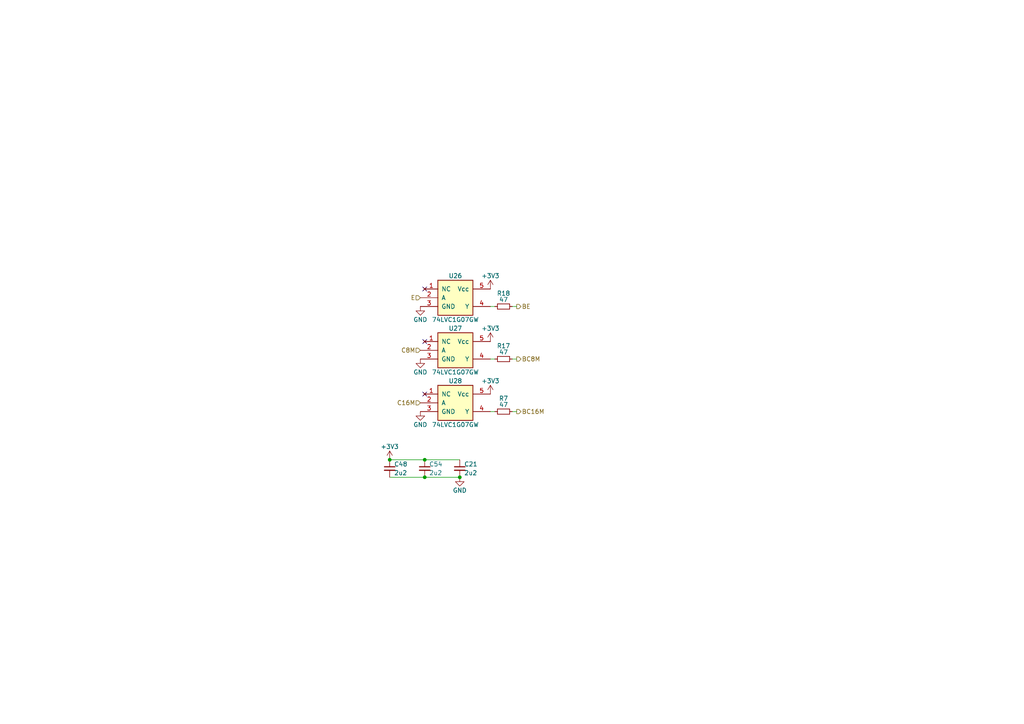
<source format=kicad_sch>
(kicad_sch (version 20230121) (generator eeschema)
  (paper "A4")
  (title_block (title "WarpSE (GW4410A)") (date "2024-03-27") (rev "1.0") (company "Garrett's Workshop"))
  (lib_symbols
    (symbol "Device:C_Small" (pin_numbers hide) (pin_names (offset 0.254) hide)
      (property "Reference" "C" (at 0.254 1.778 0))
      (property "Value" "C_Small" (at 0.254 -2.032 0))
      (symbol "C_Small_0_1"
        (polyline (pts (xy -1.524 -0.508) (xy 1.524 -0.508)) (stroke (width 0.3302)))
        (polyline (pts (xy -1.524 0.508) (xy 1.524 0.508)) (stroke (width 0.3048)))
      )
      (symbol "C_Small_1_1"
        (pin passive line (at 0 2.54 270) (length 2.032) (name "~") (number "1"))
        (pin passive line (at 0 -2.54 90) (length 2.032) (name "~") (number "2"))
      )
    )
    (symbol "Device:R_Small" (pin_numbers hide) (pin_names (offset 0.254) hide)
      (property "Reference" "R" (at 0.762 0.508 0))
      (property "Value" "R_Small" (at 0.762 -1.016 0))
      (symbol "R_Small_0_1"
        (rectangle (start -0.762 1.778) (end 0.762 -1.778) (stroke (width 0.2032)))
      )
      (symbol "R_Small_1_1"
        (pin passive line (at 0 2.54 270) (length 0.762) (name "~") (number "1"))
        (pin passive line (at 0 -2.54 90) (length 0.762) (name "~") (number "2"))
      )
    )
    (symbol "GW_Logic:741G04GW" (pin_names (offset 1.016))
      (property "Reference" "U" (at 0 6.35 0))
      (property "Value" "741G04GW" (at 0 -6.35 0))
      (symbol "741G04GW_0_1"
        (rectangle (start 5.08 -5.08) (end -5.08 5.08) (stroke (width 0.254)) (fill (type background)))
      )
      (symbol "741G04GW_1_1"
        (pin no_connect line (at -8.89 2.54 0) (length 3.81) (name "NC") (number "1"))
        (pin input line (at -10.16 0 0) (length 5.08) (name "A") (number "2"))
        (pin power_in line (at -10.16 -2.54 0) (length 5.08) (name "GND") (number "3"))
        (pin output line (at 10.16 -2.54 180) (length 5.08) (name "Y") (number "4"))
        (pin power_in line (at 10.16 2.54 180) (length 5.08) (name "Vcc") (number "5"))
      )
    )
    (symbol "power:+3V3" (power) (pin_names (offset 0))
      (property "Value" "+3V3" (at 0 3.556 0))
      (symbol "+3V3_0_1"
        (polyline (pts (xy -0.762 1.27) (xy 0 2.54)))
        (polyline (pts (xy 0 0) (xy 0 2.54)))
        (polyline (pts (xy 0 2.54) (xy 0.762 1.27)))
      )
      (symbol "+3V3_1_1"
        (pin power_in line (at 0 0 90) (length 0) hide (name "+3V3") (number "1"))
      )
    )
    (symbol "power:GND" (power) (pin_names (offset 0))
      (property "Value" "GND" (at 0 -3.81 0))
      (symbol "GND_0_1"
        (polyline (pts (xy 0 0) (xy 0 -1.27) (xy 1.27 -1.27) (xy 0 -2.54) (xy -1.27 -1.27) (xy 0 -1.27)))
      )
      (symbol "GND_1_1"
        (pin power_in line (at 0 0 270) (length 0) hide (name "GND") (number "1"))
      )
    )
  )
  (junction (at 113.03 133.35))
  (junction (at 133.35 138.43))
  (junction (at 123.19 133.35))
  (junction (at 123.19 138.43))
  (no_connect (at 123.19 114.3))
  (no_connect (at 123.19 83.82))
  (no_connect (at 123.19 99.06))
  (wire (pts (xy 123.19 133.35) (xy 133.35 133.35)))
  (wire (pts (xy 143.51 119.38) (xy 142.24 119.38)))
  (wire (pts (xy 123.19 138.43) (xy 133.35 138.43)))
  (wire (pts (xy 143.51 88.9) (xy 142.24 88.9)))
  (wire (pts (xy 143.51 104.14) (xy 142.24 104.14)))
  (wire (pts (xy 113.03 138.43) (xy 123.19 138.43)))
  (wire (pts (xy 149.86 119.38) (xy 148.59 119.38)))
  (wire (pts (xy 113.03 133.35) (xy 123.19 133.35)))
  (wire (pts (xy 149.86 88.9) (xy 148.59 88.9)))
  (wire (pts (xy 149.86 104.14) (xy 148.59 104.14)))
  (hierarchical_label "BE" (shape output) (at 149.86 88.9 0))
  (hierarchical_label "BC16M" (shape output) (at 149.86 119.38 0))
  (hierarchical_label "C16M" (shape input) (at 121.92 116.84 180))
  (hierarchical_label "E" (shape input) (at 121.92 86.36 180))
  (hierarchical_label "BC8M" (shape output) (at 149.86 104.14 0))
  (hierarchical_label "C8M" (shape input) (at 121.92 101.6 180))
  (symbol (lib_id "Device:C_Small") (at 113.03 135.89 0) (unit 1)
    (property "Reference" "C48" (at 114.3 134.62 0) (effects (justify left)))
    (property "Value" "2u2" (at 114.3 137.16 0) (effects (justify left)))
    (property "Footprint" "stdpads:C_0603" (effects hide))
    (property "LCSC Part" "C23630" (effects hide))
  )
  (symbol (lib_id "GW_Logic:741G04GW") (at 132.08 101.6 0) (unit 1)
    (property "Reference" "U27" (at 132.08 95.25 0))
    (property "Value" "74LVC1G07GW" (at 132.08 107.95 0))
    (property "Footprint" "stdpads:SOT-353" (effects hide))
  )
  (symbol (lib_id "Device:R_Small") (at 146.05 88.9 270) (unit 1)
    (property "Reference" "R18" (at 146.05 85.09 90))
    (property "Value" "47" (at 146.05 87.63 90) (effects (justify bottom)))
    (property "Footprint" "stdpads:R_0603" (effects hide))
    (property "LCSC Part" "C23182" (effects hide))
  )
  (symbol (lib_id "power:GND") (at 121.92 119.38 0) (unit 1)
    (property "Reference" "#PWR02" (effects hide))
    (property "Value" "GND" (at 121.92 123.19 0))
  )
  (symbol (lib_id "power:GND") (at 121.92 88.9 0) (unit 1)
    (property "Reference" "#PWR06" (effects hide))
    (property "Value" "GND" (at 121.92 92.71 0))
  )
  (symbol (lib_id "power:GND") (at 133.35 138.43 0) (mirror y) (unit 1)
    (property "Reference" "#PWR019" (effects hide))
    (property "Value" "GND" (at 133.35 142.24 0))
  )
  (symbol (lib_id "Device:C_Small") (at 133.35 135.89 0) (unit 1)
    (property "Reference" "C21" (at 134.62 134.62 0) (effects (justify left)))
    (property "Value" "2u2" (at 134.62 137.16 0) (effects (justify left)))
    (property "Footprint" "stdpads:C_0603" (effects hide))
    (property "LCSC Part" "C23630" (effects hide))
  )
  (symbol (lib_id "Device:R_Small") (at 146.05 104.14 270) (unit 1)
    (property "Reference" "R17" (at 146.05 100.33 90))
    (property "Value" "47" (at 146.05 102.87 90) (effects (justify bottom)))
    (property "Footprint" "stdpads:R_0603" (effects hide))
    (property "LCSC Part" "C23182" (effects hide))
  )
  (symbol (lib_id "Device:C_Small") (at 123.19 135.89 0) (unit 1)
    (property "Reference" "C54" (at 124.46 134.62 0) (effects (justify left)))
    (property "Value" "2u2" (at 124.46 137.16 0) (effects (justify left)))
    (property "Footprint" "stdpads:C_0603" (effects hide))
    (property "LCSC Part" "C23630" (effects hide))
  )
  (symbol (lib_id "power:+3V3") (at 113.03 133.35 0) (unit 1)
    (property "Reference" "#PWR018" (effects hide))
    (property "Value" "+3V3" (at 113.03 129.54 0))
  )
  (symbol (lib_id "GW_Logic:741G04GW") (at 132.08 86.36 0) (unit 1)
    (property "Reference" "U26" (at 132.08 80.01 0))
    (property "Value" "74LVC1G07GW" (at 132.08 92.71 0))
    (property "Footprint" "stdpads:SOT-353" (effects hide))
  )
  (symbol (lib_id "GW_Logic:741G04GW") (at 132.08 116.84 0) (unit 1)
    (property "Reference" "U28" (at 132.08 110.49 0))
    (property "Value" "74LVC1G07GW" (at 132.08 123.19 0))
    (property "Footprint" "stdpads:SOT-353" (effects hide))
  )
  (symbol (lib_id "power:GND") (at 121.92 104.14 0) (unit 1)
    (property "Reference" "#PWR04" (effects hide))
    (property "Value" "GND" (at 121.92 107.95 0))
  )
  (symbol (lib_id "power:+3V3") (at 142.24 114.3 0) (unit 1)
    (property "Reference" "#PWR017" (effects hide))
    (property "Value" "+3V3" (at 142.24 110.49 0))
  )
  (symbol (lib_id "power:+3V3") (at 142.24 99.06 0) (unit 1)
    (property "Reference" "#PWR013" (effects hide))
    (property "Value" "+3V3" (at 142.24 95.25 0))
  )
  (symbol (lib_id "Device:R_Small") (at 146.05 119.38 270) (unit 1)
    (property "Reference" "R7" (at 146.05 115.57 90))
    (property "Value" "47" (at 146.05 118.11 90) (effects (justify bottom)))
    (property "Footprint" "stdpads:R_0603" (effects hide))
    (property "LCSC Part" "C23182" (effects hide))
  )
  (symbol (lib_id "power:+3V3") (at 142.24 83.82 0) (unit 1)
    (property "Reference" "#PWR016" (effects hide))
    (property "Value" "+3V3" (at 142.24 80.01 0))
  )
)
</source>
